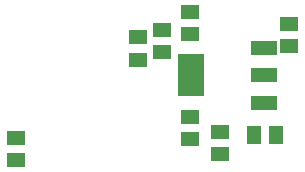
<source format=gbr>
G04 EAGLE Gerber X2 export*
%TF.Part,Single*%
%TF.FileFunction,Paste,Bot*%
%TF.FilePolarity,Positive*%
%TF.GenerationSoftware,Autodesk,EAGLE,9.6.2*%
%TF.CreationDate,2022-03-30T08:13:23Z*%
G75*
%MOMM*%
%FSLAX34Y34*%
%LPD*%
%INSolderpaste Bottom*%
%AMOC8*
5,1,8,0,0,1.08239X$1,22.5*%
G01*
%ADD10R,1.500000X1.300000*%
%ADD11R,1.300000X1.500000*%
%ADD12R,2.235200X1.219200*%
%ADD13R,2.200000X3.600000*%


D10*
X228600Y149250D03*
X228600Y168250D03*
X312420Y139090D03*
X312420Y158090D03*
X184150Y146660D03*
X184150Y127660D03*
X204470Y134010D03*
X204470Y153010D03*
X81280Y42570D03*
X81280Y61570D03*
X254000Y66650D03*
X254000Y47650D03*
X228600Y79350D03*
X228600Y60350D03*
D11*
X282600Y63500D03*
X301600Y63500D03*
D12*
X291338Y137414D03*
X291338Y114300D03*
X291338Y91186D03*
D13*
X229360Y114300D03*
M02*

</source>
